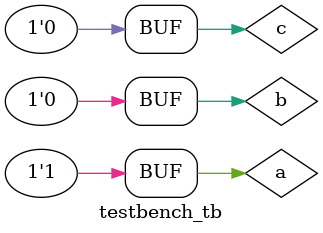
<source format=v>
module sillyfunction(y,a,b,c);
input a,b,c;
output y;
assign y= ~b&~c|~a&~b;
endmodule
//this is dataflow modeling-ASSIGN KEYWORD

//now the test bench:testbenches are almost always in behavioural.
module testbench_tb();
reg a,b,c;
wire y;
/*instantiate the dut-device under test,
here we will refernce the above module, by calling it by its name
and we will give the inputs-possible inputs or the ones we choose.
then also give the timeperiod. 10ns*/
initial begin
a=0;b=0;c=0; #10;
c=1;#10;
b=1;c=0;#10;
c=1;#10;
a=1;b=0;c=10;#10;
end
endmodule

//4to1 mux in dataflow.
//a subtractor 4 bit
//full subtractor using half subtractor
//4 bit ripple carry adder
//a bit full adder
// a 4 bit twos complement adder.
//9 bit parity generator
// all bit 0 1 indicator.
//implementation of basic gates.
//1 bit full adder
//loops-forever repeat for while 

</source>
